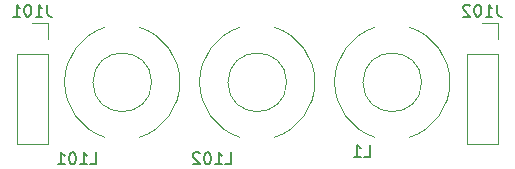
<source format=gbr>
%TF.GenerationSoftware,KiCad,Pcbnew,5.1.10*%
%TF.CreationDate,2021-06-16T20:56:35+02:00*%
%TF.ProjectId,filter,66696c74-6572-42e6-9b69-6361645f7063,rev?*%
%TF.SameCoordinates,Original*%
%TF.FileFunction,Legend,Bot*%
%TF.FilePolarity,Positive*%
%FSLAX46Y46*%
G04 Gerber Fmt 4.6, Leading zero omitted, Abs format (unit mm)*
G04 Created by KiCad (PCBNEW 5.1.10) date 2021-06-16 20:56:35*
%MOMM*%
%LPD*%
G01*
G04 APERTURE LIST*
%ADD10C,0.120000*%
%ADD11C,0.150000*%
G04 APERTURE END LIST*
D10*
%TO.C,L1*%
X172663500Y-84970000D02*
G75*
G03*
X172663500Y-84970000I-2483500J0D01*
G01*
X171640000Y-89629099D02*
G75*
G03*
X171640000Y-80310901I-1460000J4659099D01*
G01*
X168720000Y-89629099D02*
G75*
G02*
X168720000Y-80310901I1460000J4659099D01*
G01*
%TO.C,L101*%
X149803500Y-84970000D02*
G75*
G03*
X149803500Y-84970000I-2483500J0D01*
G01*
X145860000Y-89629099D02*
G75*
G02*
X145860000Y-80310901I1460000J4659099D01*
G01*
X148780000Y-89629099D02*
G75*
G03*
X148780000Y-80310901I-1460000J4659099D01*
G01*
%TO.C,J101*%
X141030000Y-79950000D02*
X139700000Y-79950000D01*
X141030000Y-81280000D02*
X141030000Y-79950000D01*
X141030000Y-82550000D02*
X138370000Y-82550000D01*
X138370000Y-82550000D02*
X138370000Y-90230000D01*
X141030000Y-82550000D02*
X141030000Y-90230000D01*
X141030000Y-90230000D02*
X138370000Y-90230000D01*
%TO.C,J102*%
X179130000Y-90230000D02*
X176470000Y-90230000D01*
X179130000Y-82550000D02*
X179130000Y-90230000D01*
X176470000Y-82550000D02*
X176470000Y-90230000D01*
X179130000Y-82550000D02*
X176470000Y-82550000D01*
X179130000Y-81280000D02*
X179130000Y-79950000D01*
X179130000Y-79950000D02*
X177800000Y-79950000D01*
%TO.C,L102*%
X161233500Y-84970000D02*
G75*
G03*
X161233500Y-84970000I-2483500J0D01*
G01*
X157290000Y-80310901D02*
G75*
G03*
X157290000Y-89629099I1460000J-4659099D01*
G01*
X160210000Y-80310901D02*
G75*
G02*
X160210000Y-89629099I-1460000J-4659099D01*
G01*
%TO.C,L1*%
D11*
X167806666Y-91257380D02*
X168282857Y-91257380D01*
X168282857Y-90257380D01*
X166949523Y-91257380D02*
X167520952Y-91257380D01*
X167235238Y-91257380D02*
X167235238Y-90257380D01*
X167330476Y-90400238D01*
X167425714Y-90495476D01*
X167520952Y-90543095D01*
%TO.C,L101*%
X144629047Y-91892380D02*
X145105238Y-91892380D01*
X145105238Y-90892380D01*
X143771904Y-91892380D02*
X144343333Y-91892380D01*
X144057619Y-91892380D02*
X144057619Y-90892380D01*
X144152857Y-91035238D01*
X144248095Y-91130476D01*
X144343333Y-91178095D01*
X143152857Y-90892380D02*
X143057619Y-90892380D01*
X142962380Y-90940000D01*
X142914761Y-90987619D01*
X142867142Y-91082857D01*
X142819523Y-91273333D01*
X142819523Y-91511428D01*
X142867142Y-91701904D01*
X142914761Y-91797142D01*
X142962380Y-91844761D01*
X143057619Y-91892380D01*
X143152857Y-91892380D01*
X143248095Y-91844761D01*
X143295714Y-91797142D01*
X143343333Y-91701904D01*
X143390952Y-91511428D01*
X143390952Y-91273333D01*
X143343333Y-91082857D01*
X143295714Y-90987619D01*
X143248095Y-90940000D01*
X143152857Y-90892380D01*
X141867142Y-91892380D02*
X142438571Y-91892380D01*
X142152857Y-91892380D02*
X142152857Y-90892380D01*
X142248095Y-91035238D01*
X142343333Y-91130476D01*
X142438571Y-91178095D01*
%TO.C,J101*%
X140985714Y-78402380D02*
X140985714Y-79116666D01*
X141033333Y-79259523D01*
X141128571Y-79354761D01*
X141271428Y-79402380D01*
X141366666Y-79402380D01*
X139985714Y-79402380D02*
X140557142Y-79402380D01*
X140271428Y-79402380D02*
X140271428Y-78402380D01*
X140366666Y-78545238D01*
X140461904Y-78640476D01*
X140557142Y-78688095D01*
X139366666Y-78402380D02*
X139271428Y-78402380D01*
X139176190Y-78450000D01*
X139128571Y-78497619D01*
X139080952Y-78592857D01*
X139033333Y-78783333D01*
X139033333Y-79021428D01*
X139080952Y-79211904D01*
X139128571Y-79307142D01*
X139176190Y-79354761D01*
X139271428Y-79402380D01*
X139366666Y-79402380D01*
X139461904Y-79354761D01*
X139509523Y-79307142D01*
X139557142Y-79211904D01*
X139604761Y-79021428D01*
X139604761Y-78783333D01*
X139557142Y-78592857D01*
X139509523Y-78497619D01*
X139461904Y-78450000D01*
X139366666Y-78402380D01*
X138080952Y-79402380D02*
X138652380Y-79402380D01*
X138366666Y-79402380D02*
X138366666Y-78402380D01*
X138461904Y-78545238D01*
X138557142Y-78640476D01*
X138652380Y-78688095D01*
%TO.C,J102*%
X179085714Y-78402380D02*
X179085714Y-79116666D01*
X179133333Y-79259523D01*
X179228571Y-79354761D01*
X179371428Y-79402380D01*
X179466666Y-79402380D01*
X178085714Y-79402380D02*
X178657142Y-79402380D01*
X178371428Y-79402380D02*
X178371428Y-78402380D01*
X178466666Y-78545238D01*
X178561904Y-78640476D01*
X178657142Y-78688095D01*
X177466666Y-78402380D02*
X177371428Y-78402380D01*
X177276190Y-78450000D01*
X177228571Y-78497619D01*
X177180952Y-78592857D01*
X177133333Y-78783333D01*
X177133333Y-79021428D01*
X177180952Y-79211904D01*
X177228571Y-79307142D01*
X177276190Y-79354761D01*
X177371428Y-79402380D01*
X177466666Y-79402380D01*
X177561904Y-79354761D01*
X177609523Y-79307142D01*
X177657142Y-79211904D01*
X177704761Y-79021428D01*
X177704761Y-78783333D01*
X177657142Y-78592857D01*
X177609523Y-78497619D01*
X177561904Y-78450000D01*
X177466666Y-78402380D01*
X176752380Y-78497619D02*
X176704761Y-78450000D01*
X176609523Y-78402380D01*
X176371428Y-78402380D01*
X176276190Y-78450000D01*
X176228571Y-78497619D01*
X176180952Y-78592857D01*
X176180952Y-78688095D01*
X176228571Y-78830952D01*
X176800000Y-79402380D01*
X176180952Y-79402380D01*
%TO.C,L102*%
X156059047Y-91892380D02*
X156535238Y-91892380D01*
X156535238Y-90892380D01*
X155201904Y-91892380D02*
X155773333Y-91892380D01*
X155487619Y-91892380D02*
X155487619Y-90892380D01*
X155582857Y-91035238D01*
X155678095Y-91130476D01*
X155773333Y-91178095D01*
X154582857Y-90892380D02*
X154487619Y-90892380D01*
X154392380Y-90940000D01*
X154344761Y-90987619D01*
X154297142Y-91082857D01*
X154249523Y-91273333D01*
X154249523Y-91511428D01*
X154297142Y-91701904D01*
X154344761Y-91797142D01*
X154392380Y-91844761D01*
X154487619Y-91892380D01*
X154582857Y-91892380D01*
X154678095Y-91844761D01*
X154725714Y-91797142D01*
X154773333Y-91701904D01*
X154820952Y-91511428D01*
X154820952Y-91273333D01*
X154773333Y-91082857D01*
X154725714Y-90987619D01*
X154678095Y-90940000D01*
X154582857Y-90892380D01*
X153868571Y-90987619D02*
X153820952Y-90940000D01*
X153725714Y-90892380D01*
X153487619Y-90892380D01*
X153392380Y-90940000D01*
X153344761Y-90987619D01*
X153297142Y-91082857D01*
X153297142Y-91178095D01*
X153344761Y-91320952D01*
X153916190Y-91892380D01*
X153297142Y-91892380D01*
%TD*%
M02*

</source>
